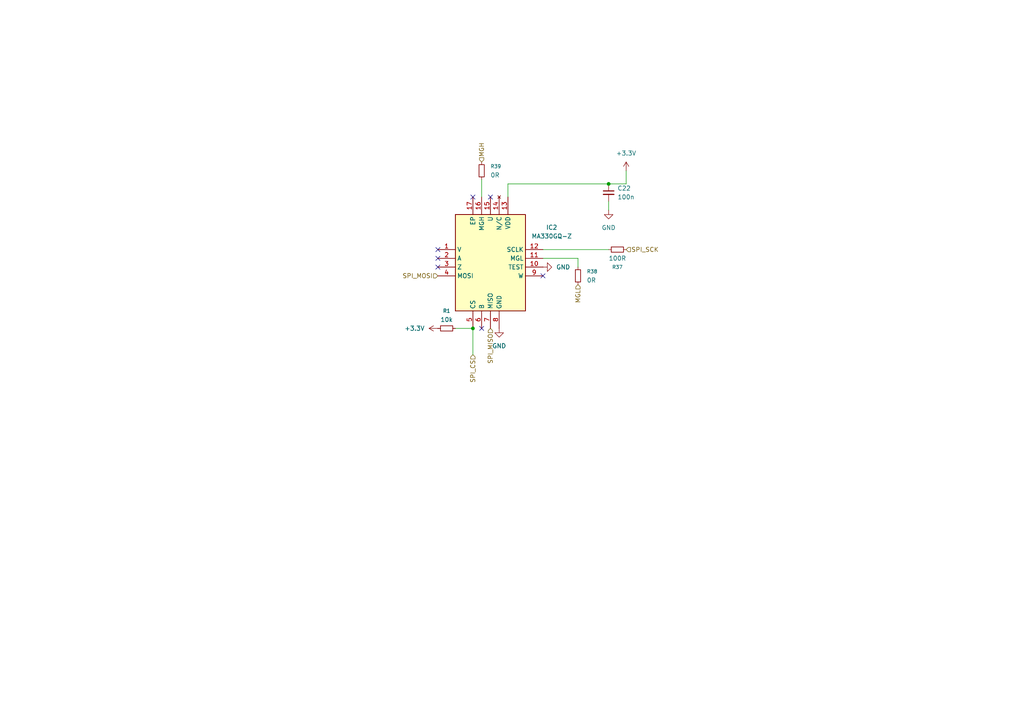
<source format=kicad_sch>
(kicad_sch (version 20250114) (generator "eeschema") (generator_version "9.0")
  (paper "A4")
  (lib_symbols
    (symbol "Device:C_Small" (pin_numbers (hide yes)) (pin_names (offset 0.254) (hide yes))
      (property "Reference" "C" (at 0.254 1.778 0))
      (property "Value" "C_Small" (at 0.254 -2.032 0))
      (symbol "C_Small_0_1"
        (polyline (pts (xy -1.524 0.508) (xy 1.524 0.508)) (stroke (width 0.3048)))
        (polyline (pts (xy -1.524 -0.508) (xy 1.524 -0.508)) (stroke (width 0.3302)))
      )
      (symbol "C_Small_1_1"
        (pin passive line (at 0 2.54 270) (length 2.032) (name "~") (number "1"))
        (pin passive line (at 0 -2.54 90) (length 2.032) (name "~") (number "2"))
      )
    )
    (symbol "Device:R_Small" (pin_numbers (hide yes)) (pin_names (offset 0.254) (hide yes))
      (property "Reference" "R" (at 0 0 90))
      (property "Value" "R_Small" (at 1.778 0 90))
      (symbol "R_Small_0_1"
        (rectangle (start -0.762 1.778) (end 0.762 -1.778) (stroke (width 0.2032)))
      )
      (symbol "R_Small_1_1"
        (pin passive line (at 0 2.54 270) (length 0.762) (name "~") (number "1"))
        (pin passive line (at 0 -2.54 90) (length 0.762) (name "~") (number "2"))
      )
    )
    (symbol "power:+3.3V" (power) (pin_numbers (hide yes)) (pin_names (offset 0) (hide yes))
      (property "Value" "+3.3V" (at 0 3.556 0))
      (symbol "+3.3V_0_1"
        (polyline (pts (xy -0.762 1.27) (xy 0 2.54)))
        (polyline (pts (xy 0 2.54) (xy 0.762 1.27)))
        (polyline (pts (xy 0 0) (xy 0 2.54)))
      )
      (symbol "+3.3V_1_1"
        (pin power_in line (at 0 0 90) (length 0) (name "~") (number "1"))
      )
    )
    (symbol "power:GND" (power) (pin_numbers (hide yes)) (pin_names (offset 0) (hide yes))
      (property "Value" "GND" (at 0 -3.81 0))
      (symbol "GND_0_1"
        (polyline (pts (xy 0 0) (xy 0 -1.27) (xy 1.27 -1.27) (xy 0 -2.54) (xy -1.27 -1.27) (xy 0 -1.27)))
      )
      (symbol "GND_1_1"
        (pin power_in line (at 0 0 270) (length 0) (name "~") (number "1"))
      )
    )
    (symbol "samacsys:MA330GQ-Z"
      (property "Reference" "IC" (at 26.67 15.24 0))
      (property "Value" "MA330GQ-Z" (at 26.67 12.7 0))
      (symbol "MA330GQ-Z_1_1"
        (rectangle (start 5.08 10.16) (end 25.4 -17.78) (stroke (width 0.254)) (fill (type background)))
        (pin passive line (at 0 0 0) (length 5.08) (name "V") (number "1"))
        (pin passive line (at 0 -2.54 0) (length 5.08) (name "A") (number "2"))
        (pin passive line (at 0 -5.08 0) (length 5.08) (name "Z") (number "3"))
        (pin passive line (at 0 -7.62 0) (length 5.08) (name "MOSI") (number "4"))
        (pin passive line (at 10.16 15.24 270) (length 5.08) (name "EP") (number "17"))
        (pin passive line (at 10.16 -22.86 90) (length 5.08) (name "CS") (number "5"))
        (pin passive line (at 12.7 15.24 270) (length 5.08) (name "MGH") (number "16"))
        (pin passive line (at 12.7 -22.86 90) (length 5.08) (name "B") (number "6"))
        (pin passive line (at 15.24 15.24 270) (length 5.08) (name "U") (number "15"))
        (pin passive line (at 15.24 -22.86 90) (length 5.08) (name "MISO") (number "7"))
        (pin no_connect line (at 17.78 15.24 270) (length 5.08) (name "N/C") (number "14"))
        (pin passive line (at 17.78 -22.86 90) (length 5.08) (name "GND") (number "8"))
        (pin passive line (at 20.32 15.24 270) (length 5.08) (name "VDD") (number "13"))
        (pin passive line (at 30.48 0 180) (length 5.08) (name "SCLK") (number "12"))
        (pin passive line (at 30.48 -2.54 180) (length 5.08) (name "MGL") (number "11"))
        (pin passive line (at 30.48 -5.08 180) (length 5.08) (name "TEST") (number "10"))
        (pin passive line (at 30.48 -7.62 180) (length 5.08) (name "W") (number "9"))
      )
    )
  )
  (junction (at 137.16 95.25))
  (junction (at 176.53 53.34))
  (no_connect (at 127 72.39))
  (no_connect (at 157.48 80.01))
  (no_connect (at 137.16 57.15))
  (no_connect (at 127 77.47))
  (no_connect (at 142.24 57.15))
  (no_connect (at 127 74.93))
  (no_connect (at 139.7 95.25))
  (wire (pts (xy 139.7 52.07) (xy 139.7 57.15)))
  (wire (pts (xy 147.32 53.34) (xy 176.53 53.34)))
  (wire (pts (xy 137.16 95.25) (xy 137.16 102.87)))
  (wire (pts (xy 181.61 49.53) (xy 181.61 53.34)))
  (wire (pts (xy 157.48 72.39) (xy 176.53 72.39)))
  (wire (pts (xy 176.53 53.34) (xy 181.61 53.34)))
  (wire (pts (xy 157.48 74.93) (xy 167.64 74.93)))
  (wire (pts (xy 167.64 74.93) (xy 167.64 77.47)))
  (wire (pts (xy 176.53 58.42) (xy 176.53 60.96)))
  (wire (pts (xy 132.08 95.25) (xy 137.16 95.25)))
  (wire (pts (xy 147.32 57.15) (xy 147.32 53.34)))
  (hierarchical_label "MGH" (shape input) (at 139.7 46.99 90))
  (hierarchical_label "SPI_SCK" (shape input) (at 181.61 72.39 0))
  (hierarchical_label "SPI_MOSI" (shape input) (at 127 80.01 180))
  (hierarchical_label "SPI_MISO" (shape input) (at 142.24 95.25 270))
  (hierarchical_label "MGL" (shape input) (at 167.64 82.55 270))
  (hierarchical_label "SPI_CS" (shape input) (at 137.16 102.87 270))
  (symbol (lib_id "samacsys:MA330GQ-Z") (at 127 72.39 0) (unit 1)
    (property "Reference" "IC2" (at 160.02 65.9698 0))
    (property "Value" "MA330GQ-Z" (at 160.02 68.5098 0))
    (property "Footprint" "samacsys:QFN50P300X300X100-17N-D" (effects (hide yes)))
    (property "Datasheet" "https://www.monolithicpower.com/en/documentview/productdocument/index/version/2/document_type/Datasheet/lang/en/sku/MA330/document_id/4695/" (effects (hide yes)))
    (property "Description" "14-Bit Digital Contactless Angle Sensor with ABZ & UVW Incremental Outputs 16-Pin QFN T/R - Tape and Reel" (effects (hide yes)))
    (property "Height" "1" (effects (hide yes)))
    (property "Manufacturer_Name" "Monolithic Power Systems (MPS)" (effects (hide yes)))
    (property "Manufacturer_Part_Number" "MA330GQ-Z" (effects (hide yes)))
    (property "Mouser Part Number" "946-MA330GQ-Z" (effects (hide yes)))
    (property "Mouser Price/Stock" "https://www.mouser.co.uk/ProductDetail/Monolithic-Power-Systems-MPS/MA330GQ-Z?qs=Zz7%252BYVVL6bHPpcm%252B14Y%2FHg%3D%3D" (effects (hide yes)))
  )
  (symbol (lib_id "Device:R_Small") (at 129.54 95.25 270) (unit 1)
    (property "Reference" "R1" (at 129.54 90.17 90) (effects (font (size 1.016 1.016))))
    (property "Value" "10k" (at 129.54 92.71 90))
    (property "Footprint" "Resistor_SMD:R_0201_0603Metric_Pad0.64x0.40mm_HandSolder" (effects (hide yes)))
    (property "Description" "Resistor, small symbol" (effects (hide yes)))
  )
  (symbol (lib_id "Device:R_Small") (at 179.07 72.39 270) (unit 1)
    (property "Reference" "R37" (at 179.07 77.47 90) (effects (font (size 1.016 1.016))))
    (property "Value" "100R" (at 179.07 74.93 90))
    (property "Footprint" "Resistor_SMD:R_0201_0603Metric_Pad0.64x0.40mm_HandSolder" (effects (hide yes)))
    (property "Description" "Resistor, small symbol" (effects (hide yes)))
  )
  (symbol (lib_id "power:GND") (at 144.78 95.25 0) (unit 1)
    (property "Reference" "#PWR033" (effects (hide yes)))
    (property "Value" "GND" (at 144.78 100.33 0))
    (property "Description" "Power symbol creates a global label with name \"GND\" , ground" (effects (hide yes)))
  )
  (symbol (lib_id "power:+3.3V") (at 127 95.25 90) (unit 1)
    (property "Reference" "#PWR037" (effects (hide yes)))
    (property "Value" "+3.3V" (at 123.19 95.2499 90) (effects (justify left)))
    (property "Description" "Power symbol creates a global label with name \"+3.3V\"" (effects (hide yes)))
  )
  (symbol (lib_id "Device:R_Small") (at 167.64 80.01 180) (unit 1)
    (property "Reference" "R38" (at 170.18 78.7399 0) (effects (font (size 1.016 1.016)) (justify right)))
    (property "Value" "0R" (at 170.18 81.2799 0) (effects (justify right)))
    (property "Footprint" "Resistor_SMD:R_0201_0603Metric_Pad0.64x0.40mm_HandSolder" (effects (hide yes)))
    (property "Description" "Resistor, small symbol" (effects (hide yes)))
  )
  (symbol (lib_id "power:GND") (at 157.48 77.47 90) (unit 1)
    (property "Reference" "#PWR032" (effects (hide yes)))
    (property "Value" "GND" (at 161.29 77.4699 90) (effects (justify right)))
    (property "Description" "Power symbol creates a global label with name \"GND\" , ground" (effects (hide yes)))
  )
  (symbol (lib_id "Device:R_Small") (at 139.7 49.53 180) (unit 1)
    (property "Reference" "R39" (at 142.24 48.2599 0) (effects (font (size 1.016 1.016)) (justify right)))
    (property "Value" "0R" (at 142.24 50.7999 0) (effects (justify right)))
    (property "Footprint" "Resistor_SMD:R_0201_0603Metric_Pad0.64x0.40mm_HandSolder" (effects (hide yes)))
    (property "Description" "Resistor, small symbol" (effects (hide yes)))
  )
  (symbol (lib_id "Device:C_Small") (at 176.53 55.88 0) (unit 1)
    (property "Reference" "C22" (at 179.07 54.6162 0) (effects (justify left)))
    (property "Value" "100n" (at 179.07 57.1562 0) (effects (justify left)))
    (property "Footprint" "Capacitor_SMD:C_0201_0603Metric_Pad0.64x0.40mm_HandSolder" (effects (hide yes)))
    (property "Description" "Unpolarized capacitor, small symbol" (effects (hide yes)))
  )
  (symbol (lib_id "power:GND") (at 176.53 60.96 0) (unit 1)
    (property "Reference" "#PWR029" (effects (hide yes)))
    (property "Value" "GND" (at 176.53 66.04 0))
    (property "Description" "Power symbol creates a global label with name \"GND\" , ground" (effects (hide yes)))
  )
  (symbol (lib_id "power:+3.3V") (at 181.61 49.53 0) (unit 1)
    (property "Reference" "#PWR019" (effects (hide yes)))
    (property "Value" "+3.3V" (at 181.61 44.45 0))
    (property "Description" "Power symbol creates a global label with name \"+3.3V\"" (effects (hide yes)))
  )
)
</source>
